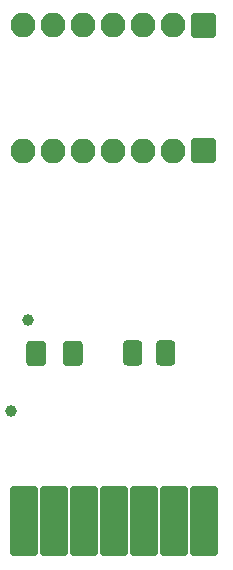
<source format=gts>
%TF.GenerationSoftware,KiCad,Pcbnew,5.1.9+dfsg1-1+deb11u1*%
%TF.CreationDate,2025-07-24T09:20:50+02:00*%
%TF.ProjectId,ECI-Breakout,4543492d-4272-4656-916b-6f75742e6b69,1.1*%
%TF.SameCoordinates,Original*%
%TF.FileFunction,Soldermask,Top*%
%TF.FilePolarity,Negative*%
%FSLAX46Y46*%
G04 Gerber Fmt 4.6, Leading zero omitted, Abs format (unit mm)*
G04 Created by KiCad (PCBNEW 5.1.9+dfsg1-1+deb11u1) date 2025-07-24 09:20:50*
%MOMM*%
%LPD*%
G01*
G04 APERTURE LIST*
%ADD10O,2.100000X2.100000*%
%ADD11C,1.000000*%
G04 APERTURE END LIST*
%TO.C,ECI1*%
G36*
G01*
X138706800Y-112196000D02*
X140637200Y-112196000D01*
G75*
G02*
X140837200Y-112396000I0J-200000D01*
G01*
X140837200Y-117984000D01*
G75*
G02*
X140637200Y-118184000I-200000J0D01*
G01*
X138706800Y-118184000D01*
G75*
G02*
X138506800Y-117984000I0J200000D01*
G01*
X138506800Y-112396000D01*
G75*
G02*
X138706800Y-112196000I200000J0D01*
G01*
G37*
G36*
G01*
X136166800Y-112196000D02*
X138097200Y-112196000D01*
G75*
G02*
X138297200Y-112396000I0J-200000D01*
G01*
X138297200Y-117984000D01*
G75*
G02*
X138097200Y-118184000I-200000J0D01*
G01*
X136166800Y-118184000D01*
G75*
G02*
X135966800Y-117984000I0J200000D01*
G01*
X135966800Y-112396000D01*
G75*
G02*
X136166800Y-112196000I200000J0D01*
G01*
G37*
G36*
G01*
X133626800Y-112196000D02*
X135557200Y-112196000D01*
G75*
G02*
X135757200Y-112396000I0J-200000D01*
G01*
X135757200Y-117984000D01*
G75*
G02*
X135557200Y-118184000I-200000J0D01*
G01*
X133626800Y-118184000D01*
G75*
G02*
X133426800Y-117984000I0J200000D01*
G01*
X133426800Y-112396000D01*
G75*
G02*
X133626800Y-112196000I200000J0D01*
G01*
G37*
G36*
G01*
X131086800Y-112196000D02*
X133017200Y-112196000D01*
G75*
G02*
X133217200Y-112396000I0J-200000D01*
G01*
X133217200Y-117984000D01*
G75*
G02*
X133017200Y-118184000I-200000J0D01*
G01*
X131086800Y-118184000D01*
G75*
G02*
X130886800Y-117984000I0J200000D01*
G01*
X130886800Y-112396000D01*
G75*
G02*
X131086800Y-112196000I200000J0D01*
G01*
G37*
G36*
G01*
X128546800Y-112196000D02*
X130477200Y-112196000D01*
G75*
G02*
X130677200Y-112396000I0J-200000D01*
G01*
X130677200Y-117984000D01*
G75*
G02*
X130477200Y-118184000I-200000J0D01*
G01*
X128546800Y-118184000D01*
G75*
G02*
X128346800Y-117984000I0J200000D01*
G01*
X128346800Y-112396000D01*
G75*
G02*
X128546800Y-112196000I200000J0D01*
G01*
G37*
G36*
G01*
X126006800Y-112196000D02*
X127937200Y-112196000D01*
G75*
G02*
X128137200Y-112396000I0J-200000D01*
G01*
X128137200Y-117984000D01*
G75*
G02*
X127937200Y-118184000I-200000J0D01*
G01*
X126006800Y-118184000D01*
G75*
G02*
X125806800Y-117984000I0J200000D01*
G01*
X125806800Y-112396000D01*
G75*
G02*
X126006800Y-112196000I200000J0D01*
G01*
G37*
G36*
G01*
X123466800Y-112196000D02*
X125397200Y-112196000D01*
G75*
G02*
X125597200Y-112396000I0J-200000D01*
G01*
X125597200Y-117984000D01*
G75*
G02*
X125397200Y-118184000I-200000J0D01*
G01*
X123466800Y-118184000D01*
G75*
G02*
X123266800Y-117984000I0J200000D01*
G01*
X123266800Y-112396000D01*
G75*
G02*
X123466800Y-112196000I200000J0D01*
G01*
G37*
%TD*%
%TO.C,D1*%
G36*
G01*
X137245000Y-100205000D02*
X137245000Y-101695000D01*
G75*
G02*
X136915000Y-102025000I-330000J0D01*
G01*
X135925000Y-102025000D01*
G75*
G02*
X135595000Y-101695000I0J330000D01*
G01*
X135595000Y-100205000D01*
G75*
G02*
X135925000Y-99875000I330000J0D01*
G01*
X136915000Y-99875000D01*
G75*
G02*
X137245000Y-100205000I0J-330000D01*
G01*
G37*
G36*
G01*
X134445000Y-100205000D02*
X134445000Y-101695000D01*
G75*
G02*
X134115000Y-102025000I-330000J0D01*
G01*
X133125000Y-102025000D01*
G75*
G02*
X132795000Y-101695000I0J330000D01*
G01*
X132795000Y-100205000D01*
G75*
G02*
X133125000Y-99875000I330000J0D01*
G01*
X134115000Y-99875000D01*
G75*
G02*
X134445000Y-100205000I0J-330000D01*
G01*
G37*
%TD*%
%TO.C,P1*%
G36*
G01*
X138750000Y-72180000D02*
X140450000Y-72180000D01*
G75*
G02*
X140650000Y-72380000I0J-200000D01*
G01*
X140650000Y-74080000D01*
G75*
G02*
X140450000Y-74280000I-200000J0D01*
G01*
X138750000Y-74280000D01*
G75*
G02*
X138550000Y-74080000I0J200000D01*
G01*
X138550000Y-72380000D01*
G75*
G02*
X138750000Y-72180000I200000J0D01*
G01*
G37*
D10*
X137060000Y-73230000D03*
X134520000Y-73230000D03*
X131980000Y-73230000D03*
X129440000Y-73230000D03*
X126900000Y-73230000D03*
X124360000Y-73230000D03*
%TD*%
%TO.C,P2*%
X124360000Y-83830000D03*
X126900000Y-83830000D03*
X129440000Y-83830000D03*
X131980000Y-83830000D03*
X134520000Y-83830000D03*
X137060000Y-83830000D03*
G36*
G01*
X138750000Y-82780000D02*
X140450000Y-82780000D01*
G75*
G02*
X140650000Y-82980000I0J-200000D01*
G01*
X140650000Y-84680000D01*
G75*
G02*
X140450000Y-84880000I-200000J0D01*
G01*
X138750000Y-84880000D01*
G75*
G02*
X138550000Y-84680000I0J200000D01*
G01*
X138550000Y-82980000D01*
G75*
G02*
X138750000Y-82780000I200000J0D01*
G01*
G37*
%TD*%
%TO.C,R1*%
G36*
G01*
X124600000Y-101748079D02*
X124600000Y-100251921D01*
G75*
G02*
X124926921Y-99925000I326921J0D01*
G01*
X125973079Y-99925000D01*
G75*
G02*
X126300000Y-100251921I0J-326921D01*
G01*
X126300000Y-101748079D01*
G75*
G02*
X125973079Y-102075000I-326921J0D01*
G01*
X124926921Y-102075000D01*
G75*
G02*
X124600000Y-101748079I0J326921D01*
G01*
G37*
G36*
G01*
X127700000Y-101748079D02*
X127700000Y-100251921D01*
G75*
G02*
X128026921Y-99925000I326921J0D01*
G01*
X129073079Y-99925000D01*
G75*
G02*
X129400000Y-100251921I0J-326921D01*
G01*
X129400000Y-101748079D01*
G75*
G02*
X129073079Y-102075000I-326921J0D01*
G01*
X128026921Y-102075000D01*
G75*
G02*
X127700000Y-101748079I0J326921D01*
G01*
G37*
%TD*%
D11*
X123363500Y-105899900D03*
X124739990Y-98205300D03*
M02*

</source>
